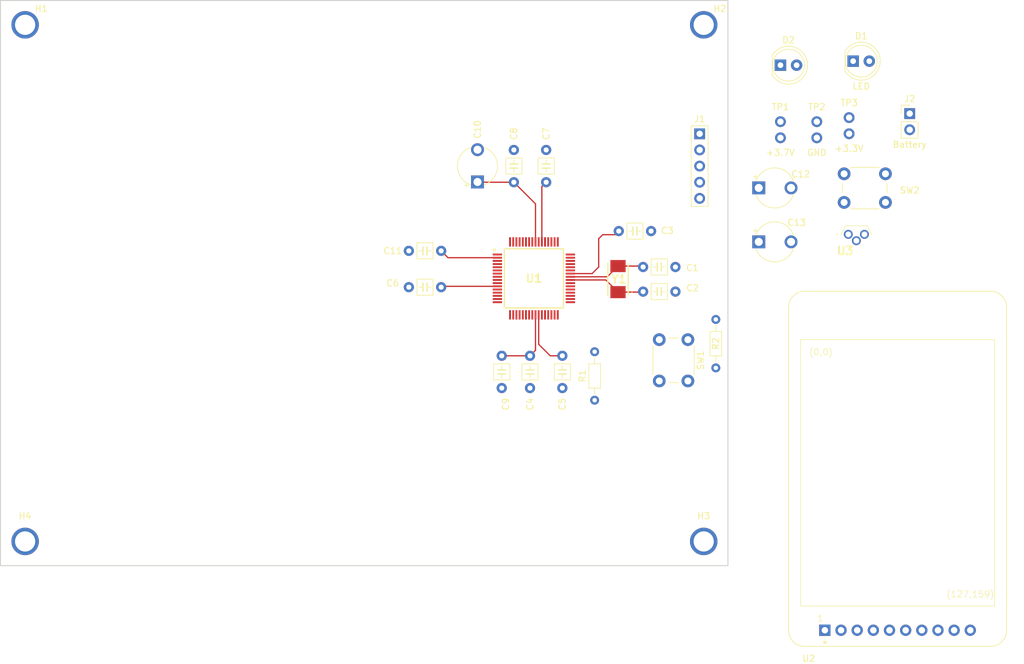
<source format=kicad_pcb>
(kicad_pcb (version 20240108) (generator "pcbnew") (generator_version "8.0")
  (title_block (title "ECE 445L Lab 6") (date "2024-08-07") (rev "v1.0.1") (company "The University of Texas at Austin"))
  (layers (0 "F.Cu" signal) (31 "B.Cu" signal) (34 "B.Paste" user) (35 "F.Paste" user) (36 "B.SilkS" user "B.Silkscreen") (37 "F.SilkS" user "F.Silkscreen") (38 "B.Mask" user) (39 "F.Mask" user) (44 "Edge.Cuts" user))
  (net 0 "")
  (net 1 "/OSC1")
  (net 2 "GND")
  (net 3 "/OSC2")
  (net 4 "+3V3")
  (net 5 "/LDO")
  (net 6 "Net-(U1-~{WAKE})")
  (net 7 "/Reset")
  (net 10 "PD6")
  (net 21 "/+3_7V")
  (net 22 "/TCK")
  (net 27 "/TMS")
  (net 28 "/TDI")
  (net 29 "/TDO")
  (net 32 "PB6")
  (net 33 "PB7")
  (net 34 "PF4")
  (net 35 "PE3")
  (net 36 "PE2")
  (net 37 "PE1")
  (net 38 "PE0")
  (net 39 "PD7")
  (net 40 "PC7")
  (net 41 "PC6")
  (net 42 "PC5")
  (net 43 "PC4")
  (net 44 "PA0")
  (net 45 "PA1")
  (net 46 "PA2")
  (net 47 "PA3")
  (net 48 "PA4")
  (net 49 "PA5")
  (net 50 "PA6")
  (net 51 "PA7")
  (net 52 "PF0")
  (net 53 "PF1")
  (net 54 "PF2")
  (net 55 "PF3")
  (net 56 "PD4")
  (net 57 "PD5")
  (net 58 "PB0")
  (net 59 "PB1")
  (net 60 "PB2")
  (net 61 "PB3")
  (net 62 "PB5")
  (net 63 "PB4")
  (net 64 "PE4")
  (net 65 "PE5")
  (net 66 "PD0")
  (net 67 "PD1")
  (net 68 "PD2")
  (net 69 "PD3")
  (footprint "ECE445L:CP_Radial_Tantal200mil" (layer "F.Cu") (at 150.895 54.87)
    (property "Reference" "C12" (at 6.585 -2.165 0) (layer "F.SilkS"))
    (property "Value" "4.7uF")
    (fp_line (start -0.839749 -1.755) (end -0.239749 -1.755) (stroke (width 0.12)) (layer "F.SilkS"))
    (fp_line (start -0.539749 -2.055) (end -0.539749 -1.455) (stroke (width 0.12)) (layer "F.SilkS"))
    (fp_arc (start -0.434416 -1.0922) (mid 2.5 -3.1522) (end 5.434416 -1.0922) (stroke (width 0.12)) (layer "F.SilkS"))
    (fp_arc (start 5.434416 1.0922) (mid 2.5 3.1522) (end -0.434416 1.0922) (stroke (width 0.12)) (layer "F.SilkS"))
    (pad "1" thru_hole rect (at 0 0) (size 2.032 2.032) (drill 1.27) (layers "*.Cu" "*.Mask") (net 21 "/+3_7V"))
    (pad "2" thru_hole circle (at 5.08 0) (size 2.032 2.032) (drill 1.27) (layers "*.Cu" "*.Mask") (net 2 "GND"))
  )
  (footprint "ECE445L:C_Axial_200mil" (layer "F.Cu") (at 100.965 70.485 180)
    (property "Reference" "C6" (at 7.62 0.635 0) (layer "F.SilkS"))
    (property "Value" "0.1uF")
    (fp_line (start 3.81 1.27) (end 3.81 -1.27) (stroke (width 0.12)) (layer "F.SilkS"))
    (fp_line (start 3.81 -1.27) (end 1.27 -1.27) (stroke (width 0.12)) (layer "F.SilkS"))
    (fp_line (start 3.4925 0) (end 2.8575 0) (stroke (width 0.12)) (layer "F.SilkS"))
    (fp_line (start 2.8575 0.635) (end 2.8575 -0.635) (stroke (width 0.2032)) (layer "F.SilkS"))
    (fp_line (start 2.2225 0.635) (end 2.2225 -0.635) (stroke (width 0.2032)) (layer "F.SilkS"))
    (fp_line (start 2.2225 0) (end 1.5875 0) (stroke (width 0.12)) (layer "F.SilkS"))
    (fp_line (start 1.27 1.27) (end 3.81 1.27) (stroke (width 0.12)) (layer "F.SilkS"))
    (fp_line (start 1.27 -1.27) (end 1.27 1.27) (stroke (width 0.12)) (layer "F.SilkS"))
    (pad "1" thru_hole circle (at 0 0 180) (size 1.6 1.6) (drill 0.8) (layers "*.Cu" "*.Mask") (net 4 "+3V3"))
    (pad "2" thru_hole oval (at 5.08 0 180) (size 1.6 1.6) (drill 0.8) (layers "*.Cu" "*.Mask") (net 2 "GND"))
  )
  (footprint "ECE445L:PinHeader_1x02_P2.54mm_Vertical" (layer "F.Cu") (at 174.625 43.18)
    (property "Reference" "J2" (at 0 -2.33 0) (layer "F.SilkS"))
    (property "Value" "Battery" (at 0 4.87 0) (layer "F.SilkS"))
    (fp_line (start -1.33 -1.33) (end 0 -1.33) (stroke (width 0.12)) (layer "F.SilkS"))
    (fp_line (start -1.33 0) (end -1.33 -1.33) (stroke (width 0.12)) (layer "F.SilkS"))
    (fp_line (start -1.33 1.27) (end -1.33 3.87) (stroke (width 0.12)) (layer "F.SilkS"))
    (fp_line (start -1.33 1.27) (end 1.33 1.27) (stroke (width 0.12)) (layer "F.SilkS"))
    (fp_line (start -1.33 3.87) (end 1.33 3.87) (stroke (width 0.12)) (layer "F.SilkS"))
    (fp_line (start 1.33 1.27) (end 1.33 3.87) (stroke (width 0.12)) (layer "F.SilkS"))
    (pad "1" thru_hole rect (at 0 0) (size 1.7 1.7) (drill 1) (layers "*.Cu" "*.Mask") (net 2 "GND"))
    (pad "2" thru_hole oval (at 0 2.54) (size 1.7 1.7) (drill 1) (layers "*.Cu" "*.Mask") (net 21 "/+3_7V"))
  )
  (footprint "ECE445L:LED_D5.0mm" (layer "F.Cu") (at 165.735 34.925)
    (property "Reference" "D1" (at 1.27 -3.96 0) (layer "F.SilkS"))
    (property "Value" "LED" (at 1.27 3.96 0) (layer "F.SilkS"))
    (fp_line (start -1.29 -1.545) (end -1.29 1.545) (stroke (width 0.12)) (layer "F.SilkS"))
    (fp_arc (start -1.29 -1.54483) (mid 2.072002 -2.880433) (end 4.26 0.000462) (stroke (width 0.12)) (layer "F.SilkS"))
    (fp_arc (start 4.26 -0.000462) (mid 2.072002 2.880433) (end -1.29 1.54483) (stroke (width 0.12)) (layer "F.SilkS"))
    (fp_circle (center 1.27 0) (end 3.77 0) (stroke (width 0.12)) (fill none) (layer "F.SilkS"))
    (pad "1" thru_hole rect (at 0 0) (size 1.8 1.8) (drill 0.9) (layers "*.Cu" "*.Mask"))
    (pad "2" thru_hole circle (at 2.54 0) (size 1.8 1.8) (drill 0.9) (layers "*.Cu" "*.Mask"))
  )
  (footprint "ECE445L:CP_Radial_Tantal200mil" (layer "F.Cu") (at 150.895 63.36)
    (property "Reference" "C13" (at 5.95 -3.035 0) (layer "F.SilkS"))
    (property "Value" "4.7uF")
    (fp_line (start -0.839749 -1.755) (end -0.239749 -1.755) (stroke (width 0.12)) (layer "F.SilkS"))
    (fp_line (start -0.539749 -2.055) (end -0.539749 -1.455) (stroke (width 0.12)) (layer "F.SilkS"))
    (fp_arc (start -0.434416 -1.0922) (mid 2.5 -3.1522) (end 5.434416 -1.0922) (stroke (width 0.12)) (layer "F.SilkS"))
    (fp_arc (start 5.434416 1.0922) (mid 2.5 3.1522) (end -0.434416 1.0922) (stroke (width 0.12)) (layer "F.SilkS"))
    (pad "1" thru_hole rect (at 0 0) (size 2.032 2.032) (drill 1.27) (layers "*.Cu" "*.Mask") (net 4 "+3V3"))
    (pad "2" thru_hole circle (at 5.08 0) (size 2.032 2.032) (drill 1.27) (layers "*.Cu" "*.Mask") (net 2 "GND"))
  )
  (footprint "Button_Switch_THT:SW_PUSH_6mm" (layer "F.Cu") (at 164.315 52.65)
    (property "Reference" "SW2" (at 10.31 2.595 0) (layer "F.SilkS"))
    (property "Value" "Input")
    (fp_line (start -0.25 1.5) (end -0.25 3) (stroke (width 0.12)) (layer "F.SilkS"))
    (fp_line (start 1 5.5) (end 5.5 5.5) (stroke (width 0.12)) (layer "F.SilkS"))
    (fp_line (start 5.5 -1) (end 1 -1) (stroke (width 0.12)) (layer "F.SilkS"))
    (fp_line (start 6.75 3) (end 6.75 1.5) (stroke (width 0.12)) (layer "F.SilkS"))
    (pad "1" thru_hole circle (at 0 0 90) (size 2 2) (drill 1.1) (layers "*.Cu" "*.Mask"))
    (pad "1" thru_hole circle (at 6.5 0 90) (size 2 2) (drill 1.1) (layers "*.Cu" "*.Mask"))
    (pad "2" thru_hole circle (at 0 4.5 90) (size 2 2) (drill 1.1) (layers "*.Cu" "*.Mask"))
    (pad "2" thru_hole circle (at 6.5 4.5 90) (size 2 2) (drill 1.1) (layers "*.Cu" "*.Mask"))
  )
  (footprint "ECE445L:C_Axial_200mil" (layer "F.Cu") (at 132.715 67.31)
    (property "Reference" "C1" (at 7.758 0.138 0) (layer "F.SilkS"))
    (property "Value" "10pF C0G")
    (fp_line (start 1.27 -1.27) (end 1.27 1.27) (stroke (width 0.12)) (layer "F.SilkS"))
    (fp_line (start 1.27 1.27) (end 3.81 1.27) (stroke (width 0.12)) (layer "F.SilkS"))
    (fp_line (start 2.2225 0) (end 1.5875 0) (stroke (width 0.12)) (layer "F.SilkS"))
    (fp_line (start 2.2225 0.635) (end 2.2225 -0.635) (stroke (width 0.2032)) (layer "F.SilkS"))
    (fp_line (start 2.8575 0.635) (end 2.8575 -0.635) (stroke (width 0.2032)) (layer "F.SilkS"))
    (fp_line (start 3.4925 0) (end 2.8575 0) (stroke (width 0.12)) (layer "F.SilkS"))
    (fp_line (start 3.81 -1.27) (end 1.27 -1.27) (stroke (width 0.12)) (layer "F.SilkS"))
    (fp_line (start 3.81 1.27) (end 3.81 -1.27) (stroke (width 0.12)) (layer "F.SilkS"))
    (pad "1" thru_hole circle (at 0 0) (size 1.6 1.6) (drill 0.8) (layers "*.Cu" "*.Mask") (net 1 "/OSC1"))
    (pad "2" thru_hole oval (at 5.08 0) (size 1.6 1.6) (drill 0.8) (layers "*.Cu" "*.Mask") (net 2 "GND"))
  )
  (footprint "ECE445L:C_Axial_200mil" (layer "F.Cu") (at 120.015 81.28 -90)
    (property "Reference" "C5" (at 7.62 0 90) (layer "F.SilkS"))
    (property "Value" "0.01uF")
    (fp_line (start 1.27 1.27) (end 3.81 1.27) (stroke (width 0.12)) (layer "F.SilkS"))
    (fp_line (start 3.81 1.27) (end 3.81 -1.27) (stroke (width 0.12)) (layer "F.SilkS"))
    (fp_line (start 2.2225 0.635) (end 2.2225 -0.635) (stroke (width 0.2032)) (layer "F.SilkS"))
    (fp_line (start 2.8575 0.635) (end 2.8575 -0.635) (stroke (width 0.2032)) (layer "F.SilkS"))
    (fp_line (start 2.2225 0) (end 1.5875 0) (stroke (width 0.12)) (layer "F.SilkS"))
    (fp_line (start 3.4925 0) (end 2.8575 0) (stroke (width 0.12)) (layer "F.SilkS"))
    (fp_line (start 1.27 -1.27) (end 1.27 1.27) (stroke (width 0.12)) (layer "F.SilkS"))
    (fp_line (start 3.81 -1.27) (end 1.27 -1.27) (stroke (width 0.12)) (layer "F.SilkS"))
    (pad "1" thru_hole circle (at 0 0 270) (size 1.6 1.6) (drill 0.8) (layers "*.Cu" "*.Mask") (net 4 "+3V3"))
    (pad "2" thru_hole oval (at 5.08 0 270) (size 1.6 1.6) (drill 0.8) (layers "*.Cu" "*.Mask") (net 2 "GND"))
  )
  (footprint "ECE445L:C_Axial_200mil" (layer "F.Cu") (at 110.49 81.28 -90)
    (property "Reference" "C9" (at 7.62 -0.635 90) (layer "F.SilkS"))
    (property "Value" "1uF")
    (fp_line (start 1.27 1.27) (end 3.81 1.27) (stroke (width 0.12)) (layer "F.SilkS"))
    (fp_line (start 3.81 1.27) (end 3.81 -1.27) (stroke (width 0.12)) (layer "F.SilkS"))
    (fp_line (start 2.2225 0.635) (end 2.2225 -0.635) (stroke (width 0.2032)) (layer "F.SilkS"))
    (fp_line (start 2.8575 0.635) (end 2.8575 -0.635) (stroke (width 0.2032)) (layer "F.SilkS"))
    (fp_line (start 2.2225 0) (end 1.5875 0) (stroke (width 0.12)) (layer "F.SilkS"))
    (fp_line (start 3.4925 0) (end 2.8575 0) (stroke (width 0.12)) (layer "F.SilkS"))
    (fp_line (start 1.27 -1.27) (end 1.27 1.27) (stroke (width 0.12)) (layer "F.SilkS"))
    (fp_line (start 3.81 -1.27) (end 1.27 -1.27) (stroke (width 0.12)) (layer "F.SilkS"))
    (pad "1" thru_hole circle (at 0 0 270) (size 1.6 1.6) (drill 0.8) (layers "*.Cu" "*.Mask") (net 5 "/LDO"))
    (pad "2" thru_hole oval (at 5.08 0 270) (size 1.6 1.6) (drill 0.8) (layers "*.Cu" "*.Mask") (net 2 "GND"))
  )
  (footprint "ECE445L:C_Axial_200mil" (layer "F.Cu") (at 117.475 53.975 90)
    (property "Reference" "C7" (at 7.62 0 90) (layer "F.SilkS"))
    (property "Value" "0.1uF")
    (fp_line (start 3.81 -1.27) (end 1.27 -1.27) (stroke (width 0.12)) (layer "F.SilkS"))
    (fp_line (start 1.27 -1.27) (end 1.27 1.27) (stroke (width 0.12)) (layer "F.SilkS"))
    (fp_line (start 3.4925 0) (end 2.8575 0) (stroke (width 0.12)) (layer "F.SilkS"))
    (fp_line (start 2.2225 0) (end 1.5875 0) (stroke (width 0.12)) (layer "F.SilkS"))
    (fp_line (start 2.8575 0.635) (end 2.8575 -0.635) (stroke (width 0.2032)) (layer "F.SilkS"))
    (fp_line (start 2.2225 0.635) (end 2.2225 -0.635) (stroke (width 0.2032)) (layer "F.SilkS"))
    (fp_line (start 3.81 1.27) (end 3.81 -1.27) (stroke (width 0.12)) (layer "F.SilkS"))
    (fp_line (start 1.27 1.27) (end 3.81 1.27) (stroke (width 0.12)) (layer "F.SilkS"))
    (pad "1" thru_hole circle (at 0 0 90) (size 1.6 1.6) (drill 0.8) (layers "*.Cu" "*.Mask") (net 4 "+3V3"))
    (pad "2" thru_hole oval (at 5.08 0 90) (size 1.6 1.6) (drill 0.8) (layers "*.Cu" "*.Mask") (net 2 "GND"))
  )
  (footprint "ECE445L:TL431CLPM" (layer "F.Cu") (at 164.97 62.175)
    (property "Reference" "U3" (at -0.505 2.595 0) (layer "F.SilkS") (effects (font (size 1.27 1.27) (thickness 0.254))))
    (property "Value" "LP2950-33LPRE3" (hide yes))
    (fp_line (start -1.809 -0.005) (end -1.809 -0.005) (stroke (width 0.1)) (layer "F.SilkS"))
    (fp_line (start -1.707 -0.005) (end -1.707 -0.005) (stroke (width 0.1)) (layer "F.SilkS"))
    (fp_line (start -0.445 -1.35) (end -1.13 0) (stroke (width 0.1)) (layer "F.SilkS"))
    (fp_line (start 2.985 -1.35) (end -0.445 -1.35) (stroke (width 0.1)) (layer "F.SilkS"))
    (fp_line (start 3.67 0) (end 2.985 -1.35) (stroke (width 0.1)) (layer "F.SilkS"))
    (fp_arc (start -1.809 -0.005) (mid -1.758 -0.056) (end -1.707 -0.005) (stroke (width 0.1)) (layer "F.SilkS"))
    (fp_arc (start -1.707 -0.005) (mid -1.758 0.046) (end -1.809 -0.005) (stroke (width 0.1)) (layer "F.SilkS"))
    (pad "1" thru_hole circle (at 0 0) (size 1.4 1.4) (drill 0.9) (layers "*.Cu" "*.Mask") (net 4 "+3V3"))
    (pad "2" thru_hole circle (at 1.27 1) (size 1.4 1.4) (drill 0.9) (layers "*.Cu" "*.Mask") (net 2 "GND"))
    (pad "3" thru_hole circle (at 2.54 0) (size 1.4 1.4) (drill 0.9) (layers "*.Cu" "*.Mask") (net 21 "/+3_7V"))
  )
  (footprint "ECE445L:MountingHole_4_40" (layer "F.Cu") (at 35.56 29.21)
    (property "Reference" "H1" (at 2.54 -2.54 0) (layer "F.SilkS"))
    (property "Value" "~")
    (pad "1" thru_hole circle (at 0 0) (size 4.318 4.318) (drill 3.175) (layers "*.Cu" "*.Mask"))
  )
  (footprint "Button_Switch_THT:SW_PUSH_6mm" (layer "F.Cu") (at 139.755 78.74 -90)
    (property "Reference" "SW1" (at 3.25 -2 90) (layer "F.SilkS"))
    (property "Value" "Reset")
    (fp_line (start 1 5.5) (end 5.5 5.5) (stroke (width 0.12)) (layer "F.SilkS"))
    (fp_line (start 6.75 3) (end 6.75 1.5) (stroke (width 0.12)) (layer "F.SilkS"))
    (fp_line (start -0.25 1.5) (end -0.25 3) (stroke (width 0.12)) (layer "F.SilkS"))
    (fp_line (start 5.5 -1) (end 1 -1) (stroke (width 0.12)) (layer "F.SilkS"))
    (pad "1" thru_hole circle (at 0 0) (size 2 2) (drill 1.1) (layers "*.Cu" "*.Mask") (net 2 "GND"))
    (pad "1" thru_hole circle (at 6.5 0) (size 2 2) (drill 1.1) (layers "*.Cu" "*.Mask") (net 2 "GND"))
    (pad "2" thru_hole circle (at 0 4.5) (size 2 2) (drill 1.1) (layers "*.Cu" "*.Mask") (net 7 "/Reset"))
    (pad "2" thru_hole circle (at 6.5 4.5) (size 2 2) (drill 1.1) (layers "*.Cu" "*.Mask") (net 7 "/Reset"))
  )
  (footprint "ECE445L:LED_D5.0mm" (layer "F.Cu") (at 154.305 35.56)
    (property "Reference" "D2" (at 1.27 -3.96 0) (layer "F.SilkS"))
    (property "Value" "LED" (hide yes))
    (fp_line (start -1.29 -1.545) (end -1.29 1.545) (stroke (width 0.12)) (layer "F.SilkS"))
    (fp_arc (start -1.29 -1.54483) (mid 2.072002 -2.880433) (end 4.26 0.000462) (stroke (width 0.12)) (layer "F.SilkS"))
    (fp_arc (start 4.26 -0.000462) (mid 2.072002 2.880433) (end -1.29 1.54483) (stroke (width 0.12)) (layer "F.SilkS"))
    (fp_circle (center 1.27 0) (end 3.77 0) (stroke (width 0.12)) (fill none) (layer "F.SilkS"))
    (pad "1" thru_hole rect (at 0 0) (size 1.8 1.8) (drill 0.9) (layers "*.Cu" "*.Mask"))
    (pad "2" thru_hole circle (at 2.54 0) (size 1.8 1.8) (drill 0.9) (layers "*.Cu" "*.Mask"))
  )
  (footprint "ECE445L:Testpoint_1x02_P2.54mm" (layer "F.Cu") (at 154.305 44.45)
    (property "Reference" "TP1" (at 0 -2.33 0) (layer "F.SilkS"))
    (property "Value" "+3.7V" (at 0 4.87 0) (layer "F.SilkS"))
    (pad "1" thru_hole circle (at 0 0) (size 1.7 1.7) (drill 1) (layers "*.Cu" "*.Mask") (net 21 "/+3_7V"))
    (pad "2" thru_hole oval (at 0 2.54) (size 1.7 1.7) (drill 1) (layers "*.Cu" "*.Mask") (net 21 "/+3_7V"))
  )
  (footprint "ECE445L:C_Axial_200mil" (layer "F.Cu") (at 132.715 71.185)
    (property "Reference" "C2" (at 7.77425 -0.562 0) (layer "F.SilkS"))
    (property "Value" "10pF C0G")
    (fp_line (start 1.27 -1.27) (end 1.27 1.27) (stroke (width 0.12)) (layer "F.SilkS"))
    (fp_line (start 1.27 1.27) (end 3.81 1.27) (stroke (width 0.12)) (layer "F.SilkS"))
    (fp_line (start 2.2225 0) (end 1.5875 0) (stroke (width 0.12)) (layer "F.SilkS"))
    (fp_line (start 2.2225 0.635) (end 2.2225 -0.635) (stroke (width 0.2032)) (layer "F.SilkS"))
    (fp_line (start 2.8575 0.635) (end 2.8575 -0.635) (stroke (width 0.2032)) (layer "F.SilkS"))
    (fp_line (start 3.4925 0) (end 2.8575 0) (stroke (width 0.12)) (layer "F.SilkS"))
    (fp_line (start 3.81 -1.27) (end 1.27 -1.27) (stroke (width 0.12)) (layer "F.SilkS"))
    (fp_line (start 3.81 1.27) (end 3.81 -1.27) (stroke (width 0.12)) (layer "F.SilkS"))
    (pad "1" thru_hole circle (at 0 0) (size 1.6 1.6) (drill 0.8) (layers "*.Cu" "*.Mask") (net 3 "/OSC2"))
    (pad "2" thru_hole oval (at 5.08 0) (size 1.6 1.6) (drill 0.8) (layers "*.Cu" "*.Mask") (net 2 "GND"))
  )
  (footprint "ECE445L:PinHeader_1x05_P2.54mm_Vertical" (layer "F.Cu") (at 141.605 46.355)
    (property "Reference" "J1" (at 0 -2.33 0) (layer "F.SilkS"))
    (property "Value" "JTAG")
    (fp_line (start -1.33 -1.27) (end -1.33 11.43) (stroke (width 0.12)) (layer "F.SilkS"))
    (fp_line (start -1.33 -1.27) (end 1.33 -1.27) (stroke (width 0.12)) (layer "F.SilkS"))
    (fp_line (start -1.33 11.43) (end 1.33 11.43) (stroke (width 0.12)) (layer "F.SilkS"))
    (fp_line (start 1.33 -1.27) (end 1.33 11.43) (stroke (width 0.12)) (layer "F.SilkS"))
    (pad "1" thru_hole rect (at 0 0) (size 1.7 1.7) (drill 1) (layers "*.Cu" "*.Mask") (net 2 "GND"))
    (pad "2" thru_hole oval (at 0 2.54) (size 1.7 1.7) (drill 1) (layers "*.Cu" "*.Mask") (net 22 "/TCK"))
    (pad "3" thru_hole oval (at 0 5.08) (size 1.7 1.7) (drill 1) (layers "*.Cu" "*.Mask") (net 27 "/TMS"))
    (pad "4" thru_hole oval (at 0 7.62) (size 1.7 1.7) (drill 1) (layers "*.Cu" "*.Mask") (net 28 "/TDI"))
    (pad "5" thru_hole oval (at 0 10.16) (size 1.7 1.7) (drill 1) (layers "*.Cu" "*.Mask") (net 29 "/TDO"))
  )
  (footprint "ECE445L:QFP50P1200X1200X160-64N" (layer "F.Cu") (at 115.547 69.1)
    (property "Reference" "U1" (at 0 0 0) (layer "F.SilkS") (effects (font (size 1.27 1.27) (thickness 0.254))))
    (property "Value" "TM4C123GH6PMIR" (hide yes))
    (fp_line (start -4.65 -4.65) (end 4.65 -4.65) (stroke (width 0.2)) (layer "F.SilkS"))
    (fp_line (start -4.65 4.65) (end -4.65 -4.65) (stroke (width 0.2)) (layer "F.SilkS"))
    (fp_line (start 4.65 -4.65) (end 4.65 4.65) (stroke (width 0.2)) (layer "F.SilkS"))
    (fp_line (start 4.65 4.65) (end -4.65 4.65) (stroke (width 0.2)) (layer "F.SilkS"))
    (fp_circle (center -6.225 -4.5) (end -6.225 -4.375) (stroke (width 0.25)) (fill none) (layer "F.SilkS"))
    (pad "1" smd rect (at -5.738 -3.75 90) (size 0.3 1.475) (layers "F.Cu" "F.Paste" "F.Mask") (net 32 "PB6"))
    (pad "2" smd rect (at -5.738 -3.25 90) (size 0.3 1.475) (layers "F.Cu" "F.Paste" "F.Mask") (net 4 "+3V3"))
    (pad "3" smd rect (at -5.738 -2.75 90) (size 0.3 1.475) (layers "F.Cu" "F.Paste" "F.Mask") (net 2 "GND"))
    (pad "4" smd rect (at -5.738 -2.25 90) (size 0.3 1.475) (layers "F.Cu" "F.Paste" "F.Mask") (net 33 "PB7"))
    (pad "5" smd rect (at -5.738 -1.75 90) (size 0.3 1.475) (layers "F.Cu" "F.Paste" "F.Mask") (net 34 "PF4"))
    (pad "6" smd rect (at -5.738 -1.25 90) (size 0.3 1.475) (layers "F.Cu" "F.Paste" "F.Mask") (net 35 "PE3"))
    (pad "7" smd rect (at -5.738 -0.75 90) (size 0.3 1.475) (layers "F.Cu" "F.Paste" "F.Mask") (net 36 "PE2"))
    (pad "8" smd rect (at -5.738 -0.25 90) (size 0.3 1.475) (layers "F.Cu" "F.Paste" "F.Mask") (net 37 "PE1"))
    (pad "9" smd rect (at -5.738 0.25 90) (size 0.3 1.475) (layers "F.Cu" "F.Paste" "F.Mask") (net 38 "PE0"))
    (pad "10" smd rect (at -5.738 0.75 90) (size 0.3 1.475) (layers "F.Cu" "F.Paste" "F.Mask") (net 39 "PD7"))
    (pad "11" smd rect (at -5.738 1.25 90) (size 0.3 1.475) (layers "F.Cu" "F.Paste" "F.Mask") (net 4 "+3V3"))
    (pad "12" smd rect (at -5.738 1.75 90) (size 0.3 1.475) (layers "F.Cu" "F.Paste" "F.Mask") (net 2 "GND"))
    (pad "13" smd rect (at -5.738 2.25 90) (size 0.3 1.475) (layers "F.Cu" "F.Paste" "F.Mask") (net 40 "PC7"))
    (pad "14" smd rect (at -5.738 2.75 90) (size 0.3 1.475) (layers "F.Cu" "F.Paste" "F.Mask") (net 41 "PC6"))
    (pad "15" smd rect (at -5.738 3.25 90) (size 0.3 1.475) (layers "F.Cu" "F.Paste" "F.Mask") (net 42 "PC5"))
    (pad "16" smd rect (at -5.738 3.75 90) (size 0.3 1.475) (layers "F.Cu" "F.Paste" "F.Mask") (net 43 "PC4"))
    (pad "17" smd rect (at -3.75 5.738) (size 0.3 1.475) (layers "F.Cu" "F.Paste" "F.Mask") (net 44 "PA0"))
    (pad "18" smd rect (at -3.25 5.738) (size 0.3 1.475) (layers "F.Cu" "F.Paste" "F.Mask") (net 45 "PA1"))
    (pad "19" smd rect (at -2.75 5.738) (size 0.3 1.475) (layers "F.Cu" "F.Paste" "F.Mask") (net 46 "PA2"))
    (pad "20" smd rect (at -2.25 5.738) (size 0.3 1.475) (layers "F.Cu" "F.Paste" "F.Mask") (net 47 "PA3"))
    (pad "21" smd rect (at -1.75 5.738) (size 0.3 1.475) (layers "F.Cu" "F.Paste" "F.Mask") (net 48 "PA4"))
    (pad "22" smd rect (at -1.25 5.738) (size 0.3 1.475) (layers "F.Cu" "F.Paste" "F.Mask") (net 49 "PA5"))
    (pad "23" smd rect (at -0.75 5.738) (size 0.3 1.475) (layers "F.Cu" "F.Paste" "F.Mask") (net 50 "PA6"))
    (pad "24" smd rect (at -0.25 5.738) (size 0.3 1.475) (layers "F.Cu" "F.Paste" "F.Mask") (net 51 "PA7"))
    (pad "25" smd rect (at 0.25 5.738) (size 0.3 1.475) (layers "F.Cu" "F.Paste" "F.Mask") (net 5 "/LDO"))
    (pad "26" smd rect (at 0.75 5.738) (size 0.3 1.475) (layers "F.Cu" "F.Paste" "F.Mask") (net 4 "+3V3"))
    (pad "27" smd rect (at 1.25 5.738) (size 0.3 1.475) (layers "F.Cu" "F.Paste" "F.Mask") (net 2 "GND"))
    (pad "28" smd rect (at 1.75 5.738) (size 0.3 1.475) (layers "F.Cu" "F.Paste" "F.Mask") (net 52 "PF0"))
    (pad "29" smd rect (at 2.25 5.738) (size 0.3 1.475) (layers "F.Cu" "F.Paste" "F.Mask") (net 53 "PF1"))
    (pad "30" smd rect (at 2.75 5.738) (size 0.3 1.475) (layers "F.Cu" "F.Paste" "F.Mask") (net 54 "PF2"))
    (pad "31" smd rect (at 3.25 5.738) (size 0.3 1.475) (layers "F.Cu" "F.Paste" "F.Mask") (net 55 "PF3"))
    (pad "32" smd rect (at 3.75 5.738) (size 0.3 1.475) (layers "F.Cu" "F.Paste" "F.Mask") (net 6 "Net-(U1-~{WAKE})"))
    (pad "33" smd rect (at 5.738 3.75 90) (size 0.3 1.475) (layers "F.Cu" "F.Paste" "F.Mask"))
    (pad "34" smd rect (at 5.738 3.25 90) (size 0.3 1.475) (layers "F.Cu" "F.Paste" "F.Mask") (net 2 "GND"))
    (pad "35" smd rect (at 5.738 2.75 90) (size 0.3 1.475) (layers "F.Cu" "F.Paste" "F.Mask") (net 2 "GND"))
    (pad "36" smd rect (at 5.738 2.25 90) (size 0.3 1.475) (layers "F.Cu" "F.Paste" "F.Mask"))
    (pad "37" smd rect (at 5.738 1.75 90) (size 0.3 1.475) (layers "F.Cu" "F.Paste" "F.Mask") (net 4 "+3V3"))
    (pad "38" smd rect (at 5.738 1.25 90) (size 0.3 1.475) (layers "F.Cu" "F.Paste" "F.Mask") (net 7 "/Reset"))
    (pad "39" smd rect (at 5.738 0.75 90) (size 0.3 1.475) (layers "F.Cu" "F.Paste" "F.Mask") (net 2 "GND"))
    (pad "40" smd rect (at 5.738 0.25 90) (size 0.3 1.475) (layers "F.Cu" "F.Paste" "F.Mask") (net 3 "/OSC2"))
    (pad "41" smd rect (at 5.738 -0.25 90) (size 0.3 1.475) (layers "F.Cu" "F.Paste" "F.Mask") (net 1 "/OSC1"))
    (pad "42" smd rect (at 5.738 -0.75 90) (size 0.3 1.475) (layers "F.Cu" "F.Paste" "F.Mask") (net 4 "+3V3"))
    (pad "43" smd rect (at 5.738 -1.25 90) (size 0.3 1.475) (layers "F.Cu" "F.Paste" "F.Mask") (net 56 "PD4"))
    (pad "44" smd rect (at 5.738 -1.75 90) (size 0.3 1.475) (layers "F.Cu" "F.Paste" "F.Mask") (net 57 "PD5"))
    (pad "45" smd rect (at 5.738 -2.25 90) (size 0.3 1.475) (layers "F.Cu" "F.Paste" "F.Mask") (net 58 "PB0"))
    (pad "46" smd rect (at 5.738 -2.75 90) (size 0.3 1.475) (layers "F.Cu" "F.Paste" "F.Mask") (net 59 "PB1"))
    (pad "47" smd rect (at 5.738 -3.25 90) (size 0.3 1.475) (layers "F.Cu" "F.Paste" "F.Mask") (net 60 "PB2"))
    (pad "48" smd rect (at 5.738 -3.75 90) (size 0.3 1.475) (layers "F.Cu" "F.Paste" "F.Mask") (net 61 "PB3"))
    (pad "49" smd rect (at 3.75 -5.738) (size 0.3 1.475) (layers "F.Cu" "F.Paste" "F.Mask") (net 29 "/TDO"))
    (pad "50" smd rect (at 3.25 -5.738) (size 0.3 1.475) (layers "F.Cu" "F.Paste" "F.Mask") (net 28 "/TDI"))
    (pad "51" smd rect (at 2.75 -5.738) (size 0.3 1.475) (layers "F.Cu" "F.Paste" "F.Mask") (net 27 "/TMS"))
    (pad "52" smd rect (at 2.25 -5.738) (size 0.3 1.475) (layers "F.Cu" "F.Paste" "F.Mask") (net 22 "/TCK"))
    (pad "53" smd rect (at 1.75 -5.738) (size 0.3 1.475) (layers "F.Cu" "F.Paste" "F.Mask") (net 10 "PD6"))
    (pad "54" smd rect (at 1.25 -5.738) (size 0.3 1.475) (layers "F.Cu" "F.Paste" "F.Mask") (net 4 "+3V3"))
    (pad "55" smd rect (at 0.75 -5.738) (size 0.3 1.475) (layers "F.Cu" "F.Paste" "F.Mask") (net 2 "GND"))
    (pad "56" smd rect (at 0.25 -5.738) (size 0.3 1.475) (layers "F.Cu" "F.Paste" "F.Mask") (net 5 "/LDO"))
    (pad "57" smd rect (at -0.25 -5.738) (size 0.3 1.475) (layers "F.Cu" "F.Paste" "F.Mask") (net 62 "PB5"))
    (pad "58" smd rect (at -0.75 -5.738) (size 0.3 1.475) (layers "F.Cu" "F.Paste" "F.Mask") (net 63 "PB4"))
    (pad "59" smd rect (at -1.25 -5.738) (size 0.3 1.475) (layers "F.Cu" "F.Paste" "F.Mask") (net 64 "PE4"))
    (pad "60" smd rect (at -1.75 -5.738) (size 0.3 1.475) (layers "F.Cu" "F.Paste" "F.Mask") (net 65 "PE5"))
    (pad "61" smd rect (at -2.25 -5.738) (size 0.3 1.475) (layers "F.Cu" "F.Paste" "F.Mask") (net 66 "PD0"))
    (pad "62" smd rect (at -2.75 -5.738) (size 0.3 1.475) (layers "F.Cu" "F.Paste" "F.Mask") (net 67 "PD1"))
    (pad "63" smd rect (at -3.25 -5.738) (size 0.3 1.475) (layers "F.Cu" "F.Paste" "F.Mask") (net 68 "PD2"))
    (pad "64" smd rect (at -3.75 -5.738) (size 0.3 1.475) (layers "F.Cu" "F.Paste" "F.Mask") (net 69 "PD3"))
  )
  (footprint "ECE445L:MountingHole_4_40" (layer "F.Cu") (at 35.56 110.49)
    (property "Reference" "H4" (at 0 -4 0) (layer "F.SilkS"))
    (property "Value" "~")
    (pad "1" thru_hole circle (at 0 0) (size 4.318 4.318) (drill 3.175) (layers "*.Cu" "*.Mask"))
  )
  (footprint "ECE445L:R_Axial_DIN0204_L3.6mm_D1.6mm_P7.62mm_Horizontal" (layer "F.Cu") (at 144.145 75.565 -90)
    (property "Reference" "R2" (at 3.81 0 90) (layer "F.SilkS"))
    (property "Value" "10k")
    (fp_line (start 1.89 0.92) (end 5.73 0.92) (stroke (width 0.12)) (layer "F.SilkS"))
    (fp_line (start 5.73 0.92) (end 5.73 -0.92) (stroke (width 0.12)) (layer "F.SilkS"))
    (fp_line (start 0.94 0) (end 1.89 0) (stroke (width 0.12)) (layer "F.SilkS"))
    (fp_line (start 6.68 0) (end 5.73 0) (stroke (width 0.12)) (layer "F.SilkS"))
    (fp_line (start 1.89 -0.92) (end 1.89 0.92) (stroke (width 0.12)) (layer "F.SilkS"))
    (fp_line (start 5.73 -0.92) (end 1.89 -0.92) (stroke (width 0.12)) (layer "F.SilkS"))
    (pad "1" thru_hole circle (at 0 0 270) (size 1.4 1.4) (drill 0.7) (layers "*.Cu" "*.Mask") (net 4 "+3V3"))
    (pad "2" thru_hole oval (at 7.62 0 270) (size 1.4 1.4) (drill 0.7) (layers "*.Cu" "*.Mask") (net 7 "/Reset"))
  )
  (footprint "ECE445L:C_Axial_200mil" (layer "F.Cu") (at 114.935 81.28 -90)
    (property "Reference" "C4" (at 7.62 0 90) (layer "F.SilkS"))
    (property "Value" "0.1uF")
    (fp_line (start 1.27 1.27) (end 3.81 1.27) (stroke (width 0.12)) (layer "F.SilkS"))
    (fp_line (start 3.81 1.27) (end 3.81 -1.27) (stroke (width 0.12)) (layer "F.SilkS"))
    (fp_line (start 2.2225 0.635) (end 2.2225 -0.635) (stroke (width 0.2032)) (layer "F.SilkS"))
    (fp_line (start 2.8575 0.635) (end 2.8575 -0.635) (stroke (width 0.2032)) (layer "F.SilkS"))
    (fp_line (start 2.2225 0) (end 1.5875 0) (stroke (width 0.12)) (layer "F.SilkS"))
    (fp_line (start 3.4925 0) (end 2.8575 0) (stroke (width 0.12)) (layer "F.SilkS"))
    (fp_line (start 1.27 -1.27) (end 1.27 1.27) (stroke (width 0.12)) (layer "F.SilkS"))
    (fp_line (start 3.81 -1.27) (end 1.27 -1.27) (stroke (width 0.12)) (layer "F.SilkS"))
    (pad "1" thru_hole circle (at 0 0 270) (size 1.6 1.6) (drill 0.8) (layers "*.Cu" "*.Mask") (net 5 "/LDO"))
    (pad "2" thru_hole oval (at 5.08 0 270) (size 1.6 1.6) (drill 0.8) (layers "*.Cu" "*.Mask") (net 2 "GND"))
  )
  (footprint "ECE445L:C_Axial_200mil" (layer "F.Cu") (at 128.88875 61.66)
    (property "Reference" "C3" (at 7.63625 -0.065 0) (layer "F.SilkS"))
    (property "Value" "1uF")
    (fp_line (start 1.27 -1.27) (end 1.27 1.27) (stroke (width 0.12)) (layer "F.SilkS"))
    (fp_line (start 1.27 1.27) (end 3.81 1.27) (stroke (width 0.12)) (layer "F.SilkS"))
    (fp_line (start 2.2225 0) (end 1.5875 0) (stroke (width 0.12)) (layer "F.SilkS"))
    (fp_line (start 2.2225 0.635) (end 2.2225 -0.635) (stroke (width 0.2032)) (layer "F.SilkS"))
    (fp_line (start 2.8575 0.635) (end 2.8575 -0.635) (stroke (width 0.2032)) (layer "F.SilkS"))
    (fp_line (start 3.4925 0) (end 2.8575 0) (stroke (width 0.12)) (layer "F.SilkS"))
    (fp_line (start 3.81 -1.27) (end 1.27 -1.27) (stroke (width 0.12)) (layer "F.SilkS"))
    (fp_line (start 3.81 1.27) (end 3.81 -1.27) (stroke (width 0.12)) (layer "F.SilkS"))
    (pad "1" thru_hole circle (at 0 0) (size 1.6 1.6) (drill 0.8) (layers "*.Cu" "*.Mask") (net 4 "+3V3"))
    (pad "2" thru_hole oval (at 5.08 0) (size 1.6 1.6) (drill 0.8) (layers "*.Cu" "*.Mask") (net 2 "GND"))
  )
  (footprint "ECE445L:Testpoint_1x02_P2.54mm" (layer "F.Cu") (at 165.1 43.81)
    (property "Reference" "TP3" (at 0 -2.33 0) (layer "F.SilkS"))
    (property "Value" "+3.3V" (at 0 4.87 0) (layer "F.SilkS"))
    (pad "1" thru_hole circle (at 0 0) (size 1.7 1.7) (drill 1) (layers "*.Cu" "*.Mask") (net 4 "+3V3"))
    (pad "2" thru_hole oval (at 0 2.54) (size 1.7 1.7) (drill 1) (layers "*.Cu" "*.Mask") (net 4 "+3V3"))
  )
  (footprint "ECE445L:C_Axial_200mil" (layer "F.Cu") (at 100.965 64.77 180)
    (property "Reference" "C11" (at 7.62 0 0) (layer "F.SilkS"))
    (property "Value" "0.01uF")
    (fp_line (start 3.81 1.27) (end 3.81 -1.27) (stroke (width 0.12)) (layer "F.SilkS"))
    (fp_line (start 3.81 -1.27) (end 1.27 -1.27) (stroke (width 0.12)) (layer "F.SilkS"))
    (fp_line (start 3.4925 0) (end 2.8575 0) (stroke (width 0.12)) (layer "F.SilkS"))
    (fp_line (start 2.8575 0.635) (end 2.8575 -0.635) (stroke (width 0.2032)) (layer "F.SilkS"))
    (fp_line (start 2.2225 0.635) (end 2.2225 -0.635) (stroke (width 0.2032)) (layer "F.SilkS"))
    (fp_line (start 2.2225 0) (end 1.5875 0) (stroke (width 0.12)) (layer "F.SilkS"))
    (fp_line (start 1.27 1.27) (end 3.81 1.27) (stroke (width 0.12)) (layer "F.SilkS"))
    (fp_line (start 1.27 -1.27) (end 1.27 1.27) (stroke (width 0.12)) (layer "F.SilkS"))
    (pad "1" thru_hole circle (at 0 0 180) (size 1.6 1.6) (drill 0.8) (layers "*.Cu" "*.Mask") (net 4 "+3V3"))
    (pad "2" thru_hole oval (at 5.08 0 180) (size 1.6 1.6) (drill 0.8) (layers "*.Cu" "*.Mask") (net 2 "GND"))
  )
  (footprint "ECE445L:adafruit_st7735r2" (layer "F.Cu") (at 172.72 99.06)
    (property "Reference" "U2" (at -13.97 29.845 0) (layer "F.SilkS"))
    (property "Value" "Adafruit ST7735R")
    (fp_line (start -17.145 -25.4) (end -17.145 25.4) (stroke (width 0.127)) (layer "F.SilkS"))
    (fp_line (start -14.605 27.94) (end 14.605 27.94) (stroke (width 0.127)) (layer "F.SilkS"))
    (fp_line (start 14.605 -27.94) (end -14.605 -27.94) (stroke (width 0.127)) (layer "F.SilkS"))
    (fp_line (start 17.145 25.4) (end 17.145 -25.4) (stroke (width 0.127)) (layer "F.SilkS"))
    (fp_rect (start -15.24 -20.32) (end 15.24 21.59) (stroke (width 0.1)) (fill none) (layer "F.SilkS"))
    (fp_arc (start -17.145 -25.4) (mid -16.401051 -27.196051) (end -14.605 -27.94) (stroke (width 0.127)) (layer "F.SilkS"))
    (fp_arc (start -14.605 27.94) (mid -16.401051 27.196051) (end -17.145 25.4) (stroke (width 0.127)) (layer "F.SilkS"))
    (fp_arc (start 14.605 -27.94) (mid 16.401051 -27.196051) (end 17.145 -25.4) (stroke (width 0.127)) (layer "F.SilkS"))
    (fp_arc (start 17.145 25.4) (mid 16.401051 27.196051) (end 14.605 27.94) (stroke (width 0.127)) (layer "F.SilkS"))
    (fp_circle (center -11.43 27.305) (end -11.2776 27.305) (stroke (width 0.2032)) (fill none) (layer "F.SilkS"))
    (fp_text user "(0,0)" (at -13.97 -17.78 0) (layer "F.SilkS") (effects (font (thickness 0.1)) (justify left bottom)))
    (fp_text user "1" (at -12.7 24.13 0) (layer "F.SilkS") (effects (font (thickness 0.1)) (justify left bottom)))
    (fp_text user "(127,159)" (at 7.62 20.32 0) (layer "F.SilkS") (effects (font (thickness 0.1)) (justify left bottom)))
    (pad "" np_thru_hole circle (at -14.605 -25.4 90) (size 2.2 2.2) (drill 2.2) (layers "*.Cu" "*.Mask"))
    (pad "" np_thru_hole circle (at -14.605 25.4 90) (size 2.2 2.2) (drill 2.2) (layers "F&B.Cu" "*.Mask"))
    (pad "" np_thru_hole circle (at 14.605 -25.4 90) (size 2.2 2.2) (drill 2.2) (layers "F&B.Cu" "*.Mask"))
    (pad "" np_thru_hole circle (at 14.605 25.4 90) (size 2.2 2.2) (drill 2.2) (layers "F&B.Cu" "*.Mask"))
    (pad "1" thru_hole rect (at -11.43 25.4 90) (size 1.778 1.778) (drill 1.016) (layers "*.Cu" "*.Mask"))
    (pad "2" thru_hole circle (at -8.89 25.4 90) (size 1.778 1.778) (drill 1.016) (layers "*.Cu" "*.Mask"))
    (pad "3" thru_hole circle (at -6.35 25.4 90) (size 1.778 1.778) (drill 1.016) (layers "*.Cu" "*.Mask"))
    (pad "4" thru_hole circle (at -3.81 25.4 90) (size 1.778 1.778) (drill 1.016) (layers "*.Cu" "*.Mask"))
    (pad "5" thru_hole circle (at -1.27 25.4 90) (size 1.778 1.778) (drill 1.016) (layers "*.Cu" "*.Mask"))
    (pad "6" thru_hole circle (at 1.27 25.4 90) (size 1.778 1.778) (drill 1.016) (layers "*.Cu" "*.Mask"))
    (pad "7" thru_hole circle (at 3.81 25.4 90) (size 1.778 1.778) (drill 1.016) (layers "*.Cu" "*.Mask"))
    (pad "8" thru_hole circle (at 6.35 25.4 90) (size 1.778 1.778) (drill 1.016) (layers "*.Cu" "*.Mask"))
    (pad "9" thru_hole circle (at 8.89 25.4 90) (size 1.778 1.778) (drill 1.016) (layers "*.Cu" "*.Mask"))
    (pad "10" thru_hole circle (at 11.43 25.4 90) (size 1.778 1.778) (drill 1.016) (layers "*.Cu" "*.Mask"))
  )
  (footprint "ECE445L:R_Axial_DIN0204_L3.6mm_D1.6mm_P7.62mm_Horizontal" (layer "F.Cu") (at 125.095 88.265 90)
    (property "Reference" "R1" (at 3.81 -1.92 90) (layer "F.SilkS"))
    (property "Value" "1M")
    (fp_line (start 5.73 -0.92) (end 1.89 -0.92) (stroke (width 0.12)) (layer "F.SilkS"))
    (fp_line (start 1.89 -0.92) (end 1.89 0.92) (stroke (width 0.12)) (layer "F.SilkS"))
    (fp_line (start 6.68 0) (end 5.73 0) (stroke (width 0.12)) (layer "F.SilkS"))
    (fp_line (start 0.94 0) (end 1.89 0) (stroke (width 0.12)) (layer "F.SilkS"))
    (fp_line (start 5.73 0.92) (end 5.73 -0.92) (stroke (width 0.12)) (layer "F.SilkS"))
    (fp_line (start 1.89 0.92) (end 5.73 0.92) (stroke (width 0.12)) (layer "F.SilkS"))
    (pad "1" thru_hole circle (at 0 0 90) (size 1.4 1.4) (drill 0.7) (layers "*.Cu" "*.Mask") (net 4 "+3V3"))
    (pad "2" thru_hole oval (at 7.62 0 90) (size 1.4 1.4) (drill 0.7) (layers "*.Cu" "*.Mask") (net 6 "Net-(U1-~{WAKE})"))
  )
  (footprint "ECE445L:C_Axial_200mil" (layer "F.Cu") (at 112.395 53.975 90)
    (property "Reference" "C8" (at 7.62 0 90) (layer "F.SilkS"))
    (property "Value" "0.1uF")
    (fp_line (start 3.81 -1.27) (end 1.27 -1.27) (stroke (width 0.12)) (layer "F.SilkS"))
    (fp_line (start 1.27 -1.27) (end 1.27 1.27) (stroke (width 0.12)) (layer "F.SilkS"))
    (fp_line (start 3.4925 0) (end 2.8575 0) (stroke (width 0.12)) (layer "F.SilkS"))
    (fp_line (start 2.2225 0) (end 1.5875 0) (stroke (width 0.12)) (layer "F.SilkS"))
    (fp_line (start 2.8575 0.635) (end 2.8575 -0.635) (stroke (width 0.2032)) (layer "F.SilkS"))
    (fp_line (start 2.2225 0.635) (end 2.2225 -0.635) (stroke (width 0.2032)) (layer "F.SilkS"))
    (fp_line (start 3.81 1.27) (end 3.81 -1.27) (stroke (width 0.12)) (layer "F.SilkS"))
    (fp_line (start 1.27 1.27) (end 3.81 1.27) (stroke (width 0.12)) (layer "F.SilkS"))
    (pad "1" thru_hole circle (at 0 0 90) (size 1.6 1.6) (drill 0.8) (layers "*.Cu" "*.Mask") (net 5 "/LDO"))
    (pad "2" thru_hole oval (at 5.08 0 90) (size 1.6 1.6) (drill 0.8) (layers "*.Cu" "*.Mask") (net 2 "GND"))
  )
  (footprint "ECE445L:CP_Radial_Tantal200mil" (layer "F.Cu") (at 106.68 53.935 90)
    (property "Reference" "C10" (at 8.255 0 90) (layer "F.SilkS"))
    (property "Value" "2.2uF")
    (fp_line (start -0.539749 -2.055) (end -0.539749 -1.455) (stroke (width 0.12)) (layer "F.SilkS"))
    (fp_line (start -0.839749 -1.755) (end -0.239749 -1.755) (stroke (width 0.12)) (layer "F.SilkS"))
    (fp_arc (start -0.434416 -1.0922) (mid 2.5 -3.1522) (end 5.434416 -1.0922) (stroke (width 0.12)) (layer "F.SilkS"))
    (fp_arc (start 5.434416 1.0922) (mid 2.5 3.1522) (end -0.434416 1.0922) (stroke (width 0.12)) (layer "F.SilkS"))
    (pad "1" thru_hole rect (at 0 0 90) (size 2.032 2.032) (drill 1.27) (layers "*.Cu" "*.Mask") (net 5 "/LDO"))
    (pad "2" thru_hole circle (at 5.08 0 90) (size 2.032 2.032) (drill 1.27) (layers "*.Cu" "*.Mask") (net 2 "GND"))
  )
  (footprint "ECE445L:Testpoint_1x02_P2.54mm" (layer "F.Cu") (at 160.02 44.45)
    (property "Reference" "TP2" (at 0 -2.33 0) (layer "F.SilkS"))
    (property "Value" "GND" (at 0 4.87 0) (layer "F.SilkS"))
    (pad "1" thru_hole circle (at 0 0) (size 1.7 1.7) (drill 1) (layers "*.Cu" "*.Mask") (net 2 "GND"))
    (pad "2" thru_hole oval (at 0 2.54) (size 1.7 1.7) (drill 1) (layers "*.Cu" "*.Mask") (net 2 "GND"))
  )
  (footprint "ECE445L:MountingHole_4_40" (layer "F.Cu") (at 142.24 110.49)
    (property "Reference" "H3" (at 0 -4 0) (layer "F.SilkS"))
    (property "Value" "~")
    (pad "1" thru_hole circle (at 0 0) (size 4.318 4.318) (drill 3.175) (layers "*.Cu" "*.Mask"))
  )
  (footprint "ECE445L:ABM3" (layer "F.Cu") (at 128.767 69.215 90)
    (property "Reference" "Y1" (at 0 0.138 0) (layer "F.SilkS") (effects (font (size 1.27 1.27) (thickness 0.254))))
    (property "Value" "ABM3-16.000MHZ-B2-T" (hide yes))
    (fp_line (start -2.5 -1.6) (end 2.5 -1.6) (stroke (width 0.2)) (layer "F.SilkS"))
    (fp_line (start -2.5 1.6) (end 2.4 1.6) (stroke (width 0.2)) (layer "F.SilkS"))
    (fp_line (start -2.1 2.2) (end -2.1 2.2) (stroke (width 0.1)) (layer "F.SilkS"))
    (fp_line (start -2.2 2.2) (end -2.2 2.2) (stroke (width 0.1)) (layer "F.SilkS"))
    (fp_arc (start -2.1 2.2) (mid -2.15 2.25) (end -2.2 2.2) (stroke (width 0.1)) (layer "F.SilkS"))
    (fp_arc (start -2.2 2.2) (mid -2.15 2.15) (end -2.1 2.2) (stroke (width 0.1)) (layer "F.SilkS"))
    (pad "1" smd rect (at -2.05 0 90) (size 1.9 2.4) (layers "F.Cu" "F.Paste" "F.Mask") (net 3 "/OSC2"))
    (pad "2" smd rect (at 2.05 0 90) (size 1.9 2.4) (layers "F.Cu" "F.Paste" "F.Mask") (net 1 "/OSC1"))
  )
  (footprint "ECE445L:MountingHole_4_40" (layer "F.Cu") (at 142.24 29.21)
    (property "Reference" "H2" (at 2.54 -2.54 0) (layer "F.SilkS"))
    (property "Value" "~")
    (pad "1" thru_hole circle (at 0 0) (size 4.318 4.318) (drill 3.175) (layers "*.Cu" "*.Mask"))
  )
  (gr_rect (start 31.685 25.38) (end 146.05 114.3) (stroke (width 0.15)) (fill none) (layer "Edge.Cuts"))
  (segment (start 127.082 68.85) (end 128.767 67.165) (width 0.2) (layer "F.Cu") (net 1))
  (segment (start 132.57 67.165) (end 132.715 67.31) (width 0.2) (layer "F.Cu") (net 1))
  (segment (start 128.767 67.165) (end 132.57 67.165) (width 0.2) (layer "F.Cu") (net 1))
  (segment (start 121.285 68.85) (end 127.082 68.85) (width 0.2) (layer "F.Cu") (net 1))
  (segment (start 126.852 69.35) (end 128.767 71.265) (width 0.2) (layer "F.Cu") (net 3))
  (segment (start 128.767 71.265) (end 132.635 71.265) (width 0.2) (layer "F.Cu") (net 3))
  (segment (start 132.57 70.63) (end 132.715 70.485) (width 0.15) (layer "F.Cu") (net 3))
  (segment (start 121.285 69.35) (end 126.852 69.35) (width 0.2) (layer "F.Cu") (net 3))
  (segment (start 132.635 71.265) (end 132.715 71.185) (width 0.2) (layer "F.Cu") (net 3))
  (segment (start 118.11 81.28) (end 120.015 81.28) (width 0.2) (layer "F.Cu") (net 4))
  (segment (start 121.285 68.35) (end 124.69 68.35) (width 0.2) (layer "F.Cu") (net 4))
  (segment (start 124.69 68.35) (end 125.73 67.31) (width 0.2) (layer "F.Cu") (net 4))
  (segment (start 116.797 63.362) (end 116.797 54.653) (width 0.2) (layer "F.Cu") (net 4))
  (segment (start 116.797 54.653) (end 117.475 53.975) (width 0.2) (layer "F.Cu") (net 4))
  (segment (start 126.365 62.23) (end 128.31875 62.23) (width 0.2) (layer "F.Cu") (net 4))
  (segment (start 116.297 74.838) (end 116.297 79.467) (width 0.2) (layer "F.Cu") (net 4))
  (segment (start 128.31875 62.23) (end 128.88875 61.66) (width 0.2) (layer "F.Cu") (net 4))
  (segment (start 102.045 65.85) (end 100.965 64.77) (width 0.2) (layer "F.Cu") (net 4))
  (segment (start 116.297 79.467) (end 118.11 81.28) (width 0.2) (layer "F.Cu") (net 4))
  (segment (start 109.809 65.85) (end 102.045 65.85) (width 0.2) (layer "F.Cu") (net 4))
  (segment (start 125.73 62.865) (end 126.365 62.23) (width 0.2) (layer "F.Cu") (net 4))
  (segment (start 125.73 67.31) (end 125.73 62.865) (width 0.2) (layer "F.Cu") (net 4))
  (segment (start 101.1 70.35) (end 100.965 70.485) (width 0.2) (layer "F.Cu") (net 4))
  (segment (start 109.809 70.35) (end 101.1 70.35) (width 0.2) (layer "F.Cu") (net 4))
  (segment (start 114.935 81.28) (end 110.49 81.28) (width 0.2) (layer "F.Cu") (net 5))
  (segment (start 115.797 57.377) (end 112.395 53.975) (width 0.2) (layer "F.Cu") (net 5))
  (segment (start 115.797 63.362) (end 115.797 57.377) (width 0.2) (layer "F.Cu") (net 5))
  (segment (start 115.797 80.418) (end 114.935 81.28) (width 0.2) (layer "F.Cu") (net 5))
  (segment (start 112.395 53.975) (end 106.72 53.975) (width 0.2) (layer "F.Cu") (net 5))
  (segment (start 115.797 74.838) (end 115.797 80.418) (width 0.2) (layer "F.Cu") (net 5))
  (segment (start 106.72 53.975) (end 106.68 53.935) (width 0.2) (layer "F.Cu") (net 5))
)
</source>
